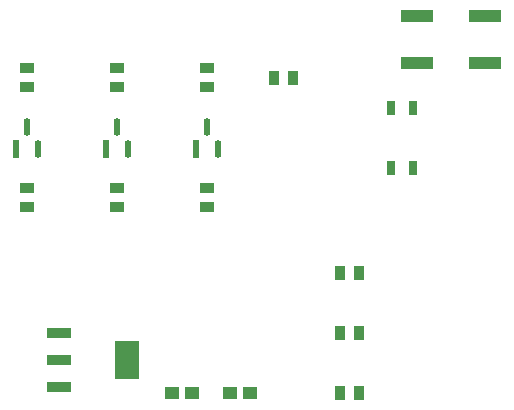
<source format=gtp>
G04*
G04 #@! TF.GenerationSoftware,Altium Limited,Altium Designer,26.2.0 (7)*
G04*
G04 Layer_Color=8421504*
%FSLAX44Y44*%
%MOMM*%
G71*
G04*
G04 #@! TF.SameCoordinates,A4CAF521-3D78-4456-87E8-59FBA2F2F1B8*
G04*
G04*
G04 #@! TF.FilePolarity,Positive*
G04*
G01*
G75*
%ADD13R,2.1500X0.9500*%
%ADD14R,2.1500X3.2500*%
%ADD15R,2.8000X1.0000*%
%ADD16R,1.2621X0.8081*%
%ADD17R,0.5780X1.5242*%
%ADD18R,1.2500X1.1000*%
G04:AMPARAMS|DCode=19|XSize=1.5242mm|YSize=0.578mm|CornerRadius=0.289mm|HoleSize=0mm|Usage=FLASHONLY|Rotation=90.000|XOffset=0mm|YOffset=0mm|HoleType=Round|Shape=RoundedRectangle|*
%AMROUNDEDRECTD19*
21,1,1.5242,0.0000,0,0,90.0*
21,1,0.9463,0.5780,0,0,90.0*
1,1,0.5780,0.0000,0.4731*
1,1,0.5780,0.0000,-0.4731*
1,1,0.5780,0.0000,-0.4731*
1,1,0.5780,0.0000,0.4731*
%
%ADD19ROUNDEDRECTD19*%
%ADD20R,0.7000X1.3000*%
%ADD21R,0.8081X1.2621*%
D13*
X280880Y119240D02*
D03*
Y165240D02*
D03*
Y142240D02*
D03*
D14*
X338880D02*
D03*
D15*
X584200Y433700D02*
D03*
X642200D02*
D03*
Y393700D02*
D03*
X584200D02*
D03*
D16*
X330200Y271380D02*
D03*
Y287420D02*
D03*
X254000Y271380D02*
D03*
Y287420D02*
D03*
X406400Y271380D02*
D03*
Y287420D02*
D03*
Y372980D02*
D03*
Y389020D02*
D03*
X330200Y372980D02*
D03*
Y389020D02*
D03*
X254000Y372980D02*
D03*
Y389020D02*
D03*
D17*
X396900Y321098D02*
D03*
X320700D02*
D03*
X244500D02*
D03*
D18*
X442840Y114300D02*
D03*
X376700D02*
D03*
X393700D02*
D03*
X425840D02*
D03*
D19*
X339700Y321098D02*
D03*
X415900D02*
D03*
X263500D02*
D03*
X254000Y339302D02*
D03*
X406400D02*
D03*
X330200D02*
D03*
D20*
X562000Y304800D02*
D03*
X581000Y355600D02*
D03*
X562000D02*
D03*
X581000Y304800D02*
D03*
D21*
X535070Y114300D02*
D03*
X519030D02*
D03*
Y215900D02*
D03*
Y165100D02*
D03*
X535070D02*
D03*
Y215900D02*
D03*
X479590Y381000D02*
D03*
X463550D02*
D03*
M02*

</source>
